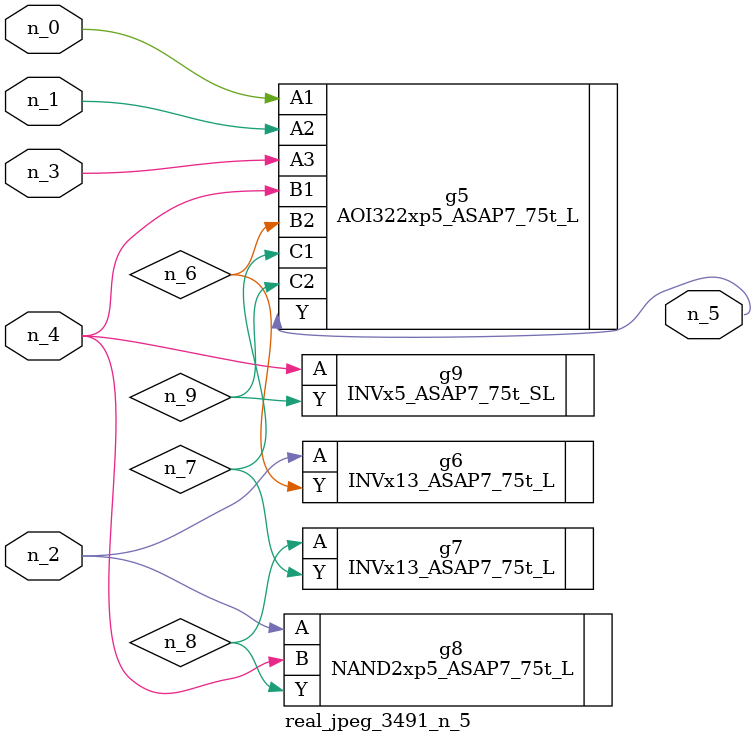
<source format=v>
module real_jpeg_3491_n_5 (n_4, n_0, n_1, n_2, n_3, n_5);

input n_4;
input n_0;
input n_1;
input n_2;
input n_3;

output n_5;

wire n_8;
wire n_6;
wire n_7;
wire n_9;

AOI322xp5_ASAP7_75t_L g5 ( 
.A1(n_0),
.A2(n_1),
.A3(n_3),
.B1(n_4),
.B2(n_6),
.C1(n_7),
.C2(n_9),
.Y(n_5)
);

INVx13_ASAP7_75t_L g6 ( 
.A(n_2),
.Y(n_6)
);

NAND2xp5_ASAP7_75t_L g8 ( 
.A(n_2),
.B(n_4),
.Y(n_8)
);

INVx5_ASAP7_75t_SL g9 ( 
.A(n_4),
.Y(n_9)
);

INVx13_ASAP7_75t_L g7 ( 
.A(n_8),
.Y(n_7)
);


endmodule
</source>
